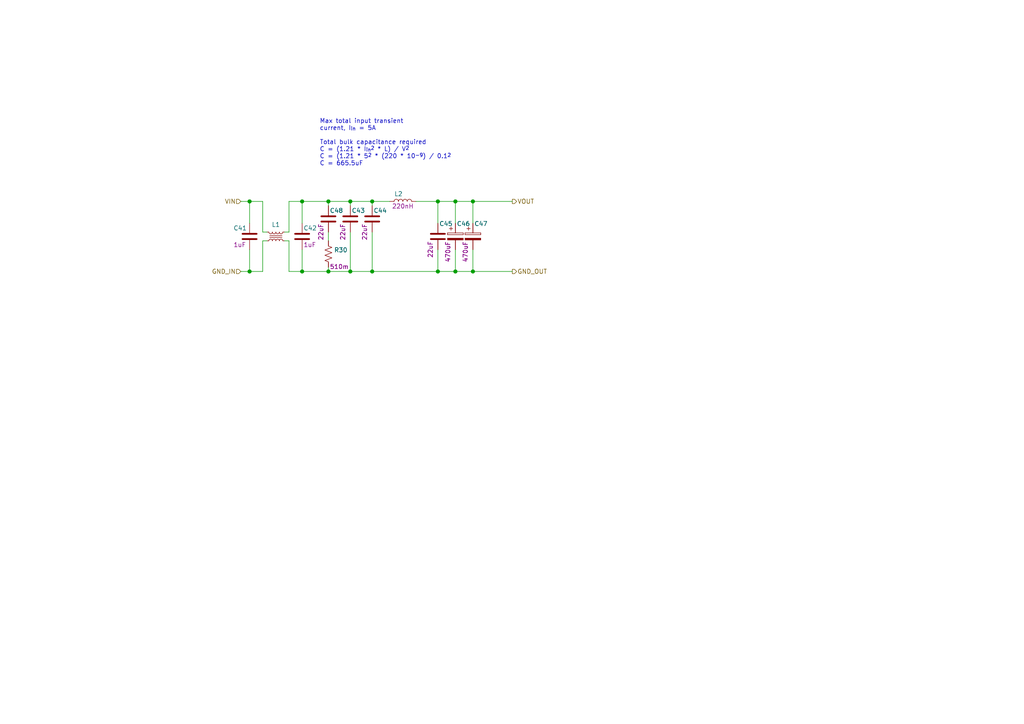
<source format=kicad_sch>
(kicad_sch (version 20210606) (generator eeschema)
  (paper "A4")
  (lib_symbols
    (symbol "mte_usb_hub:ACM1211-701-2PL-TL01" (pin_numbers hide) (pin_names (offset 0.254) hide)
      (property "Reference" "L" (at 0 3.175 0))
      (symbol "ACM1211-701-2PL-TL01_0_1"
        (arc (start -1.016 -1.27) (end -2.032 -1.27) (radius (at -1.524 -1.27) (length 0.508) (angles 0.1 179.9)))
        (arc (start -2.032 1.27) (end -1.016 1.27) (radius (at -1.524 1.27) (length 0.508) (angles -179.9 -0.1)))
        (arc (start 0 -1.27) (end -1.016 -1.27) (radius (at -0.508 -1.27) (length 0.508) (angles 0.1 179.9)))
        (arc (start -1.016 1.27) (end 0 1.27) (radius (at -0.508 1.27) (length 0.508) (angles -179.9 -0.1)))
        (arc (start 1.016 -1.27) (end 0 -1.27) (radius (at 0.508 -1.27) (length 0.508) (angles 0.1 179.9)))
        (arc (start 0 1.27) (end 1.016 1.27) (radius (at 0.508 1.27) (length 0.508) (angles -179.9 -0.1)))
        (arc (start 2.032 -1.27) (end 1.016 -1.27) (radius (at 1.524 -1.27) (length 0.508) (angles 0.1 179.9)))
        (arc (start 1.016 1.27) (end 2.032 1.27) (radius (at 1.524 1.27) (length 0.508) (angles -179.9 -0.1)))
        (polyline (pts (xy 1.778 -0.254) (xy -1.778 -0.254)))
        (polyline (pts (xy 1.778 0.254) (xy -1.778 0.254)))
      )
      (symbol "ACM1211-701-2PL-TL01_1_1"
        (pin passive line (at -2.54 1.27 0) (length 0.508) (name "1") (number "1"))
        (pin passive line (at -2.54 -1.27 0) (length 0.508) (name "2") (number "2"))
        (pin passive line (at 2.54 -1.27 180) (length 0.508) (name "3") (number "3"))
        (pin passive line (at 2.54 1.27 180) (length 0.508) (name "4") (number "4"))
      )
    )
    (symbol "mte_usb_hub:CC0603KRX5R9BB105" (pin_numbers hide) (pin_names (offset 0.254))
      (property "Reference" "C" (at 0.635 2.54 0))
      (property "id" "1uF" (at -3.81 2.54 0))
      (symbol "CC0603KRX5R9BB105_0_1"
        (polyline (pts (xy -2.032 -0.762) (xy 2.032 -0.762)) (stroke (width 0.508)))
        (polyline (pts (xy -2.032 0.762) (xy 2.032 0.762)) (stroke (width 0.508)))
      )
      (symbol "CC0603KRX5R9BB105_1_1"
        (pin passive line (at 0 3.81 270) (length 2.794) (name "~") (number "1"))
        (pin passive line (at 0 -3.81 90) (length 2.794) (name "~") (number "2"))
      )
    )
    (symbol "mte_usb_hub:EEE-HAE471UAP" (pin_numbers hide) (pin_names (offset 0.254))
      (property "Reference" "C" (at 0.635 2.54 0))
      (property "id" "470uF" (at 5.08 0 0))
      (symbol "EEE-HAE471UAP_0_1"
        (rectangle (start -2.286 0.508) (end -2.286 1.016))
        (rectangle (start -2.286 0.508) (end 2.286 0.508))
        (rectangle (start 2.286 1.016) (end -2.286 1.016))
        (rectangle (start 2.286 1.016) (end 2.286 0.508))
        (rectangle (start 2.286 -0.508) (end -2.286 -1.016) (fill (type outline)))
        (polyline (pts (xy -1.778 2.286) (xy -0.762 2.286)))
        (polyline (pts (xy -1.27 2.794) (xy -1.27 1.778)))
      )
      (symbol "EEE-HAE471UAP_1_1"
        (pin passive line (at 0 3.81 270) (length 2.794) (name "~") (number "1"))
        (pin passive line (at 0 -3.81 90) (length 2.794) (name "~") (number "2"))
      )
    )
    (symbol "mte_usb_hub:FCUL0624-H-R22M=P3" (pin_numbers hide) (pin_names (offset 1.016) hide)
      (property "Reference" "L" (at -1.27 -1.27 90))
      (property "id" "220nH" (at 2.54 0 90))
      (symbol "FCUL0624-H-R22M=P3_0_1"
        (arc (start 0 -2.54) (end 0 -1.27) (radius (at 0 -1.905) (length 0.635) (angles -89.9 89.9)))
        (arc (start 0 -1.27) (end 0 0) (radius (at 0 -0.635) (length 0.635) (angles -89.9 89.9)))
        (arc (start 0 0) (end 0 1.27) (radius (at 0 0.635) (length 0.635) (angles -89.9 89.9)))
        (arc (start 0 1.27) (end 0 2.54) (radius (at 0 1.905) (length 0.635) (angles -89.9 89.9)))
      )
      (symbol "FCUL0624-H-R22M=P3_1_1"
        (pin passive line (at 0 3.81 270) (length 1.27) (name "1") (number "1"))
        (pin passive line (at 0 -3.81 90) (length 1.27) (name "2") (number "2"))
      )
    )
    (symbol "mte_usb_hub:GCJ32EC71E226KE02" (pin_numbers hide) (pin_names (offset 0.254))
      (property "Reference" "C" (at 0.635 2.54 0))
      (property "id" "22uF" (at -3.81 2.54 0))
      (symbol "GCJ32EC71E226KE02_0_1"
        (polyline (pts (xy -2.032 -0.762) (xy 2.032 -0.762)) (stroke (width 0.508)))
        (polyline (pts (xy -2.032 0.762) (xy 2.032 0.762)) (stroke (width 0.508)))
      )
      (symbol "GCJ32EC71E226KE02_1_1"
        (pin passive line (at 0 3.81 270) (length 2.794) (name "~") (number "1"))
        (pin passive line (at 0 -3.81 90) (length 2.794) (name "~") (number "2"))
      )
    )
    (symbol "mte_usb_hub:RL1206JR-070R51L" (pin_numbers hide) (pin_names (offset 0))
      (property "Reference" "R" (at 2.54 0 90))
      (property "id" "510m" (at -2.54 0 90))
      (symbol "RL1206JR-070R51L_0_1"
        (polyline (pts (xy 0 -2.286) (xy 0 -2.54)))
        (polyline (pts (xy 0 2.286) (xy 0 2.54)))
        (polyline (pts (xy 0 -0.762) (xy 1.016 -1.143) (xy 0 -1.524) (xy -1.016 -1.905) (xy 0 -2.286)))
        (polyline (pts (xy 0 0.762) (xy 1.016 0.381) (xy 0 0) (xy -1.016 -0.381) (xy 0 -0.762)))
        (polyline (pts (xy 0 2.286) (xy 1.016 1.905) (xy 0 1.524) (xy -1.016 1.143) (xy 0 0.762)))
      )
      (symbol "RL1206JR-070R51L_1_1"
        (pin passive line (at 0 3.81 270) (length 1.27) (name "~") (number "1"))
        (pin passive line (at 0 -3.81 90) (length 1.27) (name "~") (number "2"))
      )
    )
  )
  (junction (at 72.39 58.42) (diameter 1.016))
  (junction (at 72.39 78.74) (diameter 1.016))
  (junction (at 87.63 58.42) (diameter 1.016))
  (junction (at 87.63 78.74) (diameter 1.016))
  (junction (at 95.25 58.42) (diameter 1.016))
  (junction (at 95.25 78.74) (diameter 1.016))
  (junction (at 101.6 58.42) (diameter 1.016))
  (junction (at 101.6 78.74) (diameter 1.016))
  (junction (at 107.95 58.42) (diameter 1.016))
  (junction (at 107.95 78.74) (diameter 1.016))
  (junction (at 127 58.42) (diameter 1.016))
  (junction (at 127 78.74) (diameter 1.016))
  (junction (at 132.08 58.42) (diameter 1.016))
  (junction (at 132.08 78.74) (diameter 1.016))
  (junction (at 137.16 58.42) (diameter 1.016))
  (junction (at 137.16 78.74) (diameter 1.016))
  (wire (pts (xy 72.39 58.42) (xy 69.85 58.42)))
  (wire (pts (xy 72.39 64.77) (xy 72.39 58.42)))
  (wire (pts (xy 72.39 72.39) (xy 72.39 78.74)))
  (wire (pts (xy 72.39 78.74) (xy 69.85 78.74)))
  (wire (pts (xy 76.2 58.42) (xy 72.39 58.42)))
  (wire (pts (xy 76.2 67.31) (xy 76.2 58.42)))
  (wire (pts (xy 76.2 69.85) (xy 76.2 78.74)))
  (wire (pts (xy 76.2 78.74) (xy 72.39 78.74)))
  (wire (pts (xy 77.47 67.31) (xy 76.2 67.31)))
  (wire (pts (xy 77.47 69.85) (xy 76.2 69.85)))
  (wire (pts (xy 82.55 67.31) (xy 83.82 67.31)))
  (wire (pts (xy 82.55 69.85) (xy 83.82 69.85)))
  (wire (pts (xy 83.82 58.42) (xy 87.63 58.42)))
  (wire (pts (xy 83.82 67.31) (xy 83.82 58.42)))
  (wire (pts (xy 83.82 69.85) (xy 83.82 78.74)))
  (wire (pts (xy 83.82 78.74) (xy 87.63 78.74)))
  (wire (pts (xy 87.63 58.42) (xy 95.25 58.42)))
  (wire (pts (xy 87.63 64.77) (xy 87.63 58.42)))
  (wire (pts (xy 87.63 78.74) (xy 87.63 72.39)))
  (wire (pts (xy 87.63 78.74) (xy 95.25 78.74)))
  (wire (pts (xy 95.25 58.42) (xy 95.25 59.69)))
  (wire (pts (xy 95.25 58.42) (xy 101.6 58.42)))
  (wire (pts (xy 95.25 67.31) (xy 95.25 69.85)))
  (wire (pts (xy 95.25 77.47) (xy 95.25 78.74)))
  (wire (pts (xy 95.25 78.74) (xy 101.6 78.74)))
  (wire (pts (xy 101.6 58.42) (xy 107.95 58.42)))
  (wire (pts (xy 101.6 59.69) (xy 101.6 58.42)))
  (wire (pts (xy 101.6 67.31) (xy 101.6 78.74)))
  (wire (pts (xy 107.95 58.42) (xy 107.95 59.69)))
  (wire (pts (xy 107.95 67.31) (xy 107.95 78.74)))
  (wire (pts (xy 107.95 78.74) (xy 101.6 78.74)))
  (wire (pts (xy 113.03 58.42) (xy 107.95 58.42)))
  (wire (pts (xy 127 58.42) (xy 120.65 58.42)))
  (wire (pts (xy 127 58.42) (xy 127 64.77)))
  (wire (pts (xy 127 58.42) (xy 132.08 58.42)))
  (wire (pts (xy 127 72.39) (xy 127 78.74)))
  (wire (pts (xy 127 78.74) (xy 107.95 78.74)))
  (wire (pts (xy 127 78.74) (xy 132.08 78.74)))
  (wire (pts (xy 132.08 58.42) (xy 132.08 64.77)))
  (wire (pts (xy 132.08 58.42) (xy 137.16 58.42)))
  (wire (pts (xy 132.08 72.39) (xy 132.08 78.74)))
  (wire (pts (xy 132.08 78.74) (xy 137.16 78.74)))
  (wire (pts (xy 137.16 58.42) (xy 137.16 64.77)))
  (wire (pts (xy 137.16 58.42) (xy 148.59 58.42)))
  (wire (pts (xy 137.16 72.39) (xy 137.16 78.74)))
  (wire (pts (xy 137.16 78.74) (xy 148.59 78.74)))
  (text "Max total input transient \ncurrent, I_{in} = 5A\n\nTotal bulk capacitance required\nC = (1.21 * I_{in}^{2} * L) / V^{2}\nC = (1.21 * 5^{2} * (220 * 10^{-9}) / 0.1^{2}\nC = 665.5uF" (at 92.71 48.26 0) (effects (font (size 1.27 1.27)) (justify left bottom)))
  (hierarchical_label "VIN" (shape input) (at 69.85 58.42 180))
  (hierarchical_label "GND_IN" (shape input) (at 69.85 78.74 180))
  (hierarchical_label "VOUT" (shape output) (at 148.59 58.42 0))
  (hierarchical_label "GND_OUT" (shape output) (at 148.59 78.74 0))
  (symbol (lib_id "mte_usb_hub:FCUL0624-H-R22M=P3") (at 116.84 58.42 90) (unit 1)
    (property "Reference" "L2" (at 115.57 56.2418 90))
    (property "Value" "FCUL0624-H-R22M=P3" (effects hide))
    (property "Footprint" "mte_usb_footprints:INDM730X660X240L150X140N" (effects hide))
    (property "id" "220nH" (at 116.84 59.8105 90))
    (property "manf" "Murata Electronics" (effects hide))
  )
  (symbol (lib_id "mte_usb_hub:RL1206JR-070R51L") (at 95.25 73.66 0) (unit 1)
    (property "Reference" "R30" (at 96.9011 72.5106 0) (effects (justify left)))
    (property "Value" "RL1206JR-070R51L" (effects hide))
    (property "Footprint" "mte_usb_footprints:RESISTOR_1206N" (effects hide))
    (property "id" "510m" (at 95.6311 77.3493 0) (effects (justify left)))
    (property "manf" "Yageo" (effects hide))
  )
  (symbol (lib_id "mte_usb_hub:ACM1211-701-2PL-TL01") (at 80.01 68.58 0) (unit 1)
    (property "Reference" "L1" (at 80.01 65.1446 0))
    (property "Value" "ACM1211-701-2PL-TL01" (effects hide))
    (property "Footprint" "mte_usb_footprints:ACM1211-701-2PL-TL01" (effects hide))
    (property "Datasheet" "${MTE_LIB_DIR}/datasheets/cmf_commercial_power_acm1211_en.pdf" (effects hide))
    (property "id" "8A" (effects hide))
    (property "manf" "TDK Corporation" (effects hide))
  )
  (symbol (lib_id "mte_usb_hub:CC0603KRX5R9BB105") (at 72.39 68.58 0) (unit 1)
    (property "Reference" "C41" (at 67.6911 66.1606 0) (effects (justify left)))
    (property "Value" "CC0603KRX5R9BB105" (effects hide))
    (property "Footprint" "mte_usb_footprints:CAPACITOR_0603N" (effects hide))
    (property "Datasheet" "${MTE_LIB_DIR}/datasheets/UPY-GPHC_X5R_4V-to-50V_26.pdf" (effects hide))
    (property "id" "1uF" (at 67.6911 70.9993 0) (effects (justify left)))
  )
  (symbol (lib_id "mte_usb_hub:CC0603KRX5R9BB105") (at 87.63 68.58 0) (unit 1)
    (property "Reference" "C42" (at 88.0111 66.1606 0) (effects (justify left)))
    (property "Value" "CC0603KRX5R9BB105" (effects hide))
    (property "Footprint" "mte_usb_footprints:CAPACITOR_0603N" (effects hide))
    (property "Datasheet" "${MTE_LIB_DIR}/datasheets/UPY-GPHC_X5R_4V-to-50V_26.pdf" (effects hide))
    (property "id" "1uF" (at 88.0111 70.9993 0) (effects (justify left)))
  )
  (symbol (lib_id "mte_usb_hub:GCJ32EC71E226KE02") (at 95.25 63.5 0) (unit 1)
    (property "Reference" "C48" (at 95.6311 61.0806 0) (effects (justify left)))
    (property "Value" "GCJ32EC71E226KE02" (effects hide))
    (property "Footprint" "mte_usb_footprints:CAPACITOR_1210N" (effects hide))
    (property "id" "22uF" (at 93.0911 69.7293 90) (effects (justify left)))
    (property "manf" "Murata Electronics" (effects hide))
  )
  (symbol (lib_id "mte_usb_hub:GCJ32EC71E226KE02") (at 101.6 63.5 0) (unit 1)
    (property "Reference" "C43" (at 101.9811 61.0806 0) (effects (justify left)))
    (property "Value" "GCJ32EC71E226KE02" (effects hide))
    (property "Footprint" "mte_usb_footprints:CAPACITOR_1210N" (effects hide))
    (property "id" "22uF" (at 99.4411 69.7293 90) (effects (justify left)))
    (property "manf" "Murata Electronics" (effects hide))
  )
  (symbol (lib_id "mte_usb_hub:GCJ32EC71E226KE02") (at 107.95 63.5 0) (unit 1)
    (property "Reference" "C44" (at 108.3311 61.0806 0) (effects (justify left)))
    (property "Value" "GCJ32EC71E226KE02" (effects hide))
    (property "Footprint" "mte_usb_footprints:CAPACITOR_1210N" (effects hide))
    (property "id" "22uF" (at 105.7911 69.7293 90) (effects (justify left)))
    (property "manf" "Murata Electronics" (effects hide))
  )
  (symbol (lib_id "mte_usb_hub:GCJ32EC71E226KE02") (at 127 68.58 0) (unit 1)
    (property "Reference" "C45" (at 127.3811 64.8906 0) (effects (justify left)))
    (property "Value" "GCJ32EC71E226KE02" (effects hide))
    (property "Footprint" "mte_usb_footprints:CAPACITOR_1210N" (effects hide))
    (property "id" "22uF" (at 124.8411 74.8093 90) (effects (justify left)))
    (property "manf" "Murata Electronics" (effects hide))
  )
  (symbol (lib_id "mte_usb_hub:EEE-HAE471UAP") (at 132.08 68.58 0) (unit 1)
    (property "Reference" "C46" (at 132.4611 64.8906 0) (effects (justify left)))
    (property "Value" "EEE-HAE471UAP" (effects hide))
    (property "Footprint" "mte_usb_footprints:CAPAE1030X1080L350X120N" (effects hide))
    (property "id" "470uF" (at 129.9211 76.0793 90) (effects (justify left)))
    (property "manf" "Panasonic Electronic Components" (effects hide))
  )
  (symbol (lib_id "mte_usb_hub:EEE-HAE471UAP") (at 137.16 68.58 0) (unit 1)
    (property "Reference" "C47" (at 137.5411 64.8906 0) (effects (justify left)))
    (property "Value" "EEE-HAE471UAP" (effects hide))
    (property "Footprint" "mte_usb_footprints:CAPAE1030X1080L350X120N" (effects hide))
    (property "id" "470uF" (at 135.0011 76.0793 90) (effects (justify left)))
    (property "manf" "Panasonic Electronic Components" (effects hide))
  )
)
</source>
